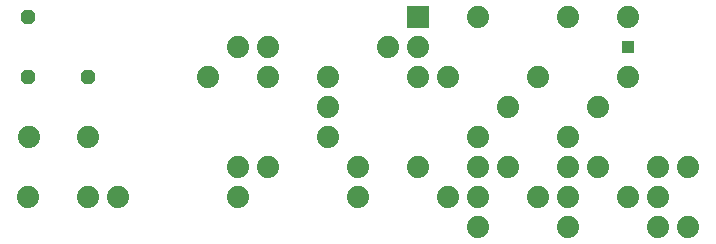
<source format=gbs>
G75*
%MOIN*%
%OFA0B0*%
%FSLAX25Y25*%
%IPPOS*%
%LPD*%
%AMOC8*
5,1,8,0,0,1.08239X$1,22.5*
%
%ADD10C,0.07400*%
%ADD11R,0.03943X0.03943*%
%ADD12OC8,0.04731*%
%ADD13R,0.07400X0.07400*%
D10*
X0023240Y0029673D03*
X0043240Y0029673D03*
X0053240Y0029673D03*
X0093240Y0029673D03*
X0093240Y0039673D03*
X0103240Y0039673D03*
X0123240Y0049673D03*
X0123240Y0059673D03*
X0123240Y0069673D03*
X0103240Y0069673D03*
X0083240Y0069673D03*
X0093240Y0079673D03*
X0103240Y0079673D03*
X0143240Y0079673D03*
X0153240Y0079673D03*
X0153240Y0069673D03*
X0163240Y0069673D03*
X0183240Y0059673D03*
X0173240Y0049673D03*
X0173240Y0039673D03*
X0183240Y0039673D03*
X0203240Y0039673D03*
X0213240Y0039673D03*
X0233240Y0039673D03*
X0243240Y0039673D03*
X0233240Y0029673D03*
X0223240Y0029673D03*
X0203240Y0029673D03*
X0193240Y0029673D03*
X0173240Y0029673D03*
X0163240Y0029673D03*
X0173240Y0019673D03*
X0203240Y0019673D03*
X0233240Y0019673D03*
X0243240Y0019673D03*
X0203240Y0049673D03*
X0213240Y0059673D03*
X0223240Y0069673D03*
X0193240Y0069673D03*
X0203240Y0089673D03*
X0223240Y0089673D03*
X0173240Y0089673D03*
X0153240Y0039673D03*
X0133240Y0039673D03*
X0133240Y0029673D03*
X0043083Y0049673D03*
X0023398Y0049673D03*
D11*
X0223240Y0079673D03*
D12*
X0043240Y0069673D03*
X0023240Y0069673D03*
X0023240Y0089673D03*
D13*
X0153240Y0089673D03*
M02*

</source>
